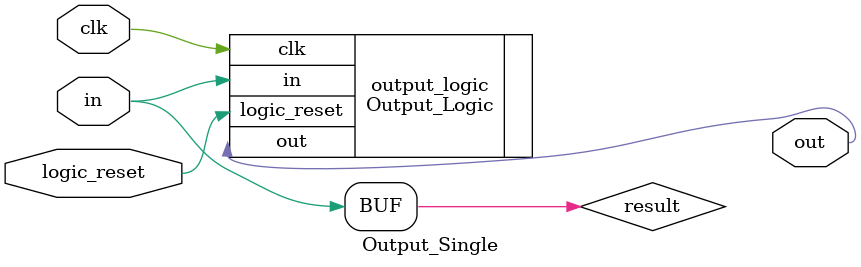
<source format=v>
module Output_Single (
    input wire clk,            
    input wire logic_reset,         
    input wire in,
    output wire out
);
    
    wire result = in;

    Output_Logic output_logic (
        .clk(clk),
        .logic_reset(logic_reset),
        .in(result),
        .out(out)
    );

endmodule
</source>
